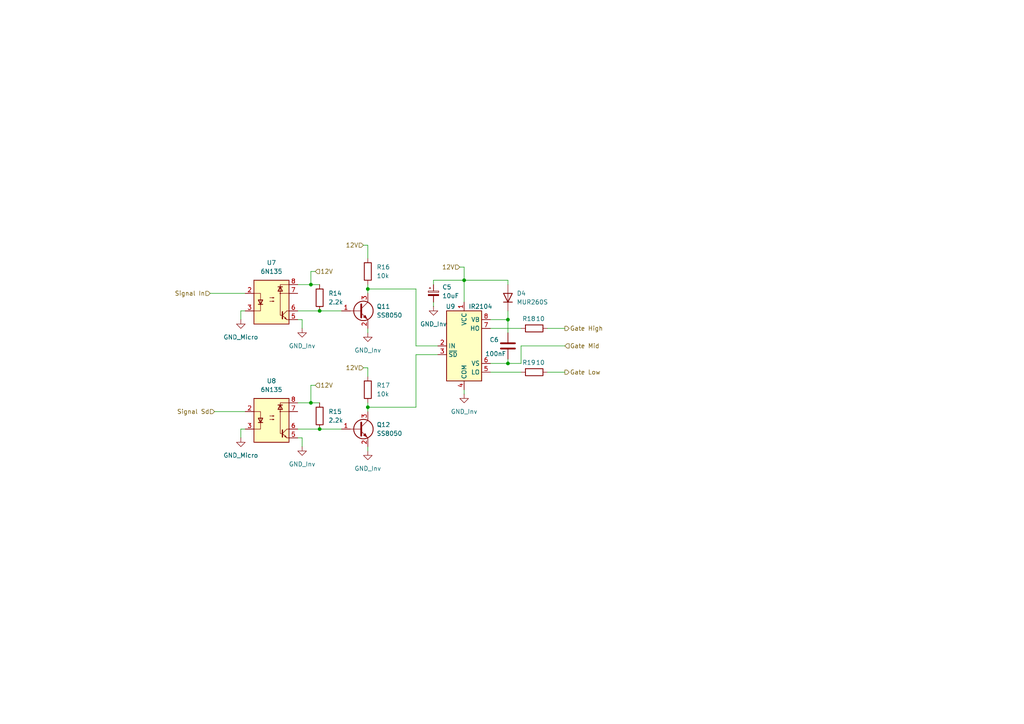
<source format=kicad_sch>
(kicad_sch
	(version 20250114)
	(generator "eeschema")
	(generator_version "9.0")
	(uuid "09419233-41f8-458a-9362-d8a2556ed016")
	(paper "A4")
	(lib_symbols
		(symbol "Device:C"
			(pin_numbers
				(hide yes)
			)
			(pin_names
				(offset 0.254)
			)
			(exclude_from_sim no)
			(in_bom yes)
			(on_board yes)
			(property "Reference" "C"
				(at 0.635 2.54 0)
				(effects
					(font
						(size 1.27 1.27)
					)
					(justify left)
				)
			)
			(property "Value" "C"
				(at 0.635 -2.54 0)
				(effects
					(font
						(size 1.27 1.27)
					)
					(justify left)
				)
			)
			(property "Footprint" ""
				(at 0.9652 -3.81 0)
				(effects
					(font
						(size 1.27 1.27)
					)
					(hide yes)
				)
			)
			(property "Datasheet" "~"
				(at 0 0 0)
				(effects
					(font
						(size 1.27 1.27)
					)
					(hide yes)
				)
			)
			(property "Description" "Unpolarized capacitor"
				(at 0 0 0)
				(effects
					(font
						(size 1.27 1.27)
					)
					(hide yes)
				)
			)
			(property "ki_keywords" "cap capacitor"
				(at 0 0 0)
				(effects
					(font
						(size 1.27 1.27)
					)
					(hide yes)
				)
			)
			(property "ki_fp_filters" "C_*"
				(at 0 0 0)
				(effects
					(font
						(size 1.27 1.27)
					)
					(hide yes)
				)
			)
			(symbol "C_0_1"
				(polyline
					(pts
						(xy -2.032 0.762) (xy 2.032 0.762)
					)
					(stroke
						(width 0.508)
						(type default)
					)
					(fill
						(type none)
					)
				)
				(polyline
					(pts
						(xy -2.032 -0.762) (xy 2.032 -0.762)
					)
					(stroke
						(width 0.508)
						(type default)
					)
					(fill
						(type none)
					)
				)
			)
			(symbol "C_1_1"
				(pin passive line
					(at 0 3.81 270)
					(length 2.794)
					(name "~"
						(effects
							(font
								(size 1.27 1.27)
							)
						)
					)
					(number "1"
						(effects
							(font
								(size 1.27 1.27)
							)
						)
					)
				)
				(pin passive line
					(at 0 -3.81 90)
					(length 2.794)
					(name "~"
						(effects
							(font
								(size 1.27 1.27)
							)
						)
					)
					(number "2"
						(effects
							(font
								(size 1.27 1.27)
							)
						)
					)
				)
			)
			(embedded_fonts no)
		)
		(symbol "Device:C_Polarized_Small"
			(pin_numbers
				(hide yes)
			)
			(pin_names
				(offset 0.254)
				(hide yes)
			)
			(exclude_from_sim no)
			(in_bom yes)
			(on_board yes)
			(property "Reference" "C"
				(at 0.254 1.778 0)
				(effects
					(font
						(size 1.27 1.27)
					)
					(justify left)
				)
			)
			(property "Value" "C_Polarized_Small"
				(at 0.254 -2.032 0)
				(effects
					(font
						(size 1.27 1.27)
					)
					(justify left)
				)
			)
			(property "Footprint" ""
				(at 0 0 0)
				(effects
					(font
						(size 1.27 1.27)
					)
					(hide yes)
				)
			)
			(property "Datasheet" "~"
				(at 0 0 0)
				(effects
					(font
						(size 1.27 1.27)
					)
					(hide yes)
				)
			)
			(property "Description" "Polarized capacitor, small symbol"
				(at 0 0 0)
				(effects
					(font
						(size 1.27 1.27)
					)
					(hide yes)
				)
			)
			(property "ki_keywords" "cap capacitor"
				(at 0 0 0)
				(effects
					(font
						(size 1.27 1.27)
					)
					(hide yes)
				)
			)
			(property "ki_fp_filters" "CP_*"
				(at 0 0 0)
				(effects
					(font
						(size 1.27 1.27)
					)
					(hide yes)
				)
			)
			(symbol "C_Polarized_Small_0_1"
				(rectangle
					(start -1.524 0.6858)
					(end 1.524 0.3048)
					(stroke
						(width 0)
						(type default)
					)
					(fill
						(type none)
					)
				)
				(rectangle
					(start -1.524 -0.3048)
					(end 1.524 -0.6858)
					(stroke
						(width 0)
						(type default)
					)
					(fill
						(type outline)
					)
				)
				(polyline
					(pts
						(xy -1.27 1.524) (xy -0.762 1.524)
					)
					(stroke
						(width 0)
						(type default)
					)
					(fill
						(type none)
					)
				)
				(polyline
					(pts
						(xy -1.016 1.27) (xy -1.016 1.778)
					)
					(stroke
						(width 0)
						(type default)
					)
					(fill
						(type none)
					)
				)
			)
			(symbol "C_Polarized_Small_1_1"
				(pin passive line
					(at 0 2.54 270)
					(length 1.8542)
					(name "~"
						(effects
							(font
								(size 1.27 1.27)
							)
						)
					)
					(number "1"
						(effects
							(font
								(size 1.27 1.27)
							)
						)
					)
				)
				(pin passive line
					(at 0 -2.54 90)
					(length 1.8542)
					(name "~"
						(effects
							(font
								(size 1.27 1.27)
							)
						)
					)
					(number "2"
						(effects
							(font
								(size 1.27 1.27)
							)
						)
					)
				)
			)
			(embedded_fonts no)
		)
		(symbol "Device:R"
			(pin_numbers
				(hide yes)
			)
			(pin_names
				(offset 0)
			)
			(exclude_from_sim no)
			(in_bom yes)
			(on_board yes)
			(property "Reference" "R"
				(at 2.032 0 90)
				(effects
					(font
						(size 1.27 1.27)
					)
				)
			)
			(property "Value" "R"
				(at 0 0 90)
				(effects
					(font
						(size 1.27 1.27)
					)
				)
			)
			(property "Footprint" ""
				(at -1.778 0 90)
				(effects
					(font
						(size 1.27 1.27)
					)
					(hide yes)
				)
			)
			(property "Datasheet" "~"
				(at 0 0 0)
				(effects
					(font
						(size 1.27 1.27)
					)
					(hide yes)
				)
			)
			(property "Description" "Resistor"
				(at 0 0 0)
				(effects
					(font
						(size 1.27 1.27)
					)
					(hide yes)
				)
			)
			(property "ki_keywords" "R res resistor"
				(at 0 0 0)
				(effects
					(font
						(size 1.27 1.27)
					)
					(hide yes)
				)
			)
			(property "ki_fp_filters" "R_*"
				(at 0 0 0)
				(effects
					(font
						(size 1.27 1.27)
					)
					(hide yes)
				)
			)
			(symbol "R_0_1"
				(rectangle
					(start -1.016 -2.54)
					(end 1.016 2.54)
					(stroke
						(width 0.254)
						(type default)
					)
					(fill
						(type none)
					)
				)
			)
			(symbol "R_1_1"
				(pin passive line
					(at 0 3.81 270)
					(length 1.27)
					(name "~"
						(effects
							(font
								(size 1.27 1.27)
							)
						)
					)
					(number "1"
						(effects
							(font
								(size 1.27 1.27)
							)
						)
					)
				)
				(pin passive line
					(at 0 -3.81 90)
					(length 1.27)
					(name "~"
						(effects
							(font
								(size 1.27 1.27)
							)
						)
					)
					(number "2"
						(effects
							(font
								(size 1.27 1.27)
							)
						)
					)
				)
			)
			(embedded_fonts no)
		)
		(symbol "Diode:1N4148WT"
			(pin_numbers
				(hide yes)
			)
			(pin_names
				(hide yes)
			)
			(exclude_from_sim no)
			(in_bom yes)
			(on_board yes)
			(property "Reference" "D"
				(at 0 2.54 0)
				(effects
					(font
						(size 1.27 1.27)
					)
				)
			)
			(property "Value" "1N4148WT"
				(at 0 -2.54 0)
				(effects
					(font
						(size 1.27 1.27)
					)
				)
			)
			(property "Footprint" "Diode_SMD:D_SOD-523"
				(at 0 -4.445 0)
				(effects
					(font
						(size 1.27 1.27)
					)
					(hide yes)
				)
			)
			(property "Datasheet" "https://www.diodes.com/assets/Datasheets/ds30396.pdf"
				(at 0 0 0)
				(effects
					(font
						(size 1.27 1.27)
					)
					(hide yes)
				)
			)
			(property "Description" "75V 0.15A Fast switching Diode, SOD-523"
				(at 0 0 0)
				(effects
					(font
						(size 1.27 1.27)
					)
					(hide yes)
				)
			)
			(property "Sim.Device" "D"
				(at 0 0 0)
				(effects
					(font
						(size 1.27 1.27)
					)
					(hide yes)
				)
			)
			(property "Sim.Pins" "1=K 2=A"
				(at 0 0 0)
				(effects
					(font
						(size 1.27 1.27)
					)
					(hide yes)
				)
			)
			(property "ki_keywords" "diode"
				(at 0 0 0)
				(effects
					(font
						(size 1.27 1.27)
					)
					(hide yes)
				)
			)
			(property "ki_fp_filters" "D*SOD?523*"
				(at 0 0 0)
				(effects
					(font
						(size 1.27 1.27)
					)
					(hide yes)
				)
			)
			(symbol "1N4148WT_0_1"
				(polyline
					(pts
						(xy -1.27 1.27) (xy -1.27 -1.27)
					)
					(stroke
						(width 0.254)
						(type default)
					)
					(fill
						(type none)
					)
				)
				(polyline
					(pts
						(xy 1.27 1.27) (xy 1.27 -1.27) (xy -1.27 0) (xy 1.27 1.27)
					)
					(stroke
						(width 0.254)
						(type default)
					)
					(fill
						(type none)
					)
				)
				(polyline
					(pts
						(xy 1.27 0) (xy -1.27 0)
					)
					(stroke
						(width 0)
						(type default)
					)
					(fill
						(type none)
					)
				)
			)
			(symbol "1N4148WT_1_1"
				(pin passive line
					(at -3.81 0 0)
					(length 2.54)
					(name "K"
						(effects
							(font
								(size 1.27 1.27)
							)
						)
					)
					(number "1"
						(effects
							(font
								(size 1.27 1.27)
							)
						)
					)
				)
				(pin passive line
					(at 3.81 0 180)
					(length 2.54)
					(name "A"
						(effects
							(font
								(size 1.27 1.27)
							)
						)
					)
					(number "2"
						(effects
							(font
								(size 1.27 1.27)
							)
						)
					)
				)
			)
			(embedded_fonts no)
		)
		(symbol "Driver_FET:IR2104"
			(exclude_from_sim no)
			(in_bom yes)
			(on_board yes)
			(property "Reference" "U"
				(at 1.27 13.335 0)
				(effects
					(font
						(size 1.27 1.27)
					)
					(justify left)
				)
			)
			(property "Value" "IR2104"
				(at 1.27 11.43 0)
				(effects
					(font
						(size 1.27 1.27)
					)
					(justify left)
				)
			)
			(property "Footprint" ""
				(at 0 0 0)
				(effects
					(font
						(size 1.27 1.27)
						(italic yes)
					)
					(hide yes)
				)
			)
			(property "Datasheet" "https://www.infineon.com/dgdl/ir2104.pdf?fileId=5546d462533600a4015355c7c1c31671"
				(at 0 0 0)
				(effects
					(font
						(size 1.27 1.27)
					)
					(hide yes)
				)
			)
			(property "Description" "Half-Bridge Driver, 600V, 210/360mA, PDIP-8/SOIC-8"
				(at 0 0 0)
				(effects
					(font
						(size 1.27 1.27)
					)
					(hide yes)
				)
			)
			(property "ki_keywords" "Gate Driver"
				(at 0 0 0)
				(effects
					(font
						(size 1.27 1.27)
					)
					(hide yes)
				)
			)
			(property "ki_fp_filters" "SOIC*3.9x4.9mm*P1.27mm* DIP*W7.62mm*"
				(at 0 0 0)
				(effects
					(font
						(size 1.27 1.27)
					)
					(hide yes)
				)
			)
			(symbol "IR2104_0_1"
				(rectangle
					(start -5.08 -10.16)
					(end 5.08 10.16)
					(stroke
						(width 0.254)
						(type default)
					)
					(fill
						(type background)
					)
				)
			)
			(symbol "IR2104_1_1"
				(pin input line
					(at -7.62 0 0)
					(length 2.54)
					(name "IN"
						(effects
							(font
								(size 1.27 1.27)
							)
						)
					)
					(number "2"
						(effects
							(font
								(size 1.27 1.27)
							)
						)
					)
				)
				(pin input line
					(at -7.62 -2.54 0)
					(length 2.54)
					(name "~{SD}"
						(effects
							(font
								(size 1.27 1.27)
							)
						)
					)
					(number "3"
						(effects
							(font
								(size 1.27 1.27)
							)
						)
					)
				)
				(pin power_in line
					(at 0 12.7 270)
					(length 2.54)
					(name "VCC"
						(effects
							(font
								(size 1.27 1.27)
							)
						)
					)
					(number "1"
						(effects
							(font
								(size 1.27 1.27)
							)
						)
					)
				)
				(pin power_in line
					(at 0 -12.7 90)
					(length 2.54)
					(name "COM"
						(effects
							(font
								(size 1.27 1.27)
							)
						)
					)
					(number "4"
						(effects
							(font
								(size 1.27 1.27)
							)
						)
					)
				)
				(pin passive line
					(at 7.62 7.62 180)
					(length 2.54)
					(name "VB"
						(effects
							(font
								(size 1.27 1.27)
							)
						)
					)
					(number "8"
						(effects
							(font
								(size 1.27 1.27)
							)
						)
					)
				)
				(pin output line
					(at 7.62 5.08 180)
					(length 2.54)
					(name "HO"
						(effects
							(font
								(size 1.27 1.27)
							)
						)
					)
					(number "7"
						(effects
							(font
								(size 1.27 1.27)
							)
						)
					)
				)
				(pin passive line
					(at 7.62 -5.08 180)
					(length 2.54)
					(name "VS"
						(effects
							(font
								(size 1.27 1.27)
							)
						)
					)
					(number "6"
						(effects
							(font
								(size 1.27 1.27)
							)
						)
					)
				)
				(pin output line
					(at 7.62 -7.62 180)
					(length 2.54)
					(name "LO"
						(effects
							(font
								(size 1.27 1.27)
							)
						)
					)
					(number "5"
						(effects
							(font
								(size 1.27 1.27)
							)
						)
					)
				)
			)
			(embedded_fonts no)
		)
		(symbol "Isolator:6N135"
			(pin_names
				(offset 1.016)
			)
			(exclude_from_sim no)
			(in_bom yes)
			(on_board yes)
			(property "Reference" "U"
				(at -5.08 7.62 0)
				(effects
					(font
						(size 1.27 1.27)
					)
					(justify left)
				)
			)
			(property "Value" "6N135"
				(at 0 7.62 0)
				(effects
					(font
						(size 1.27 1.27)
					)
					(justify left)
				)
			)
			(property "Footprint" "Package_DIP:DIP-8_W7.62mm"
				(at -5.08 -7.62 0)
				(effects
					(font
						(size 1.27 1.27)
						(italic yes)
					)
					(justify left)
					(hide yes)
				)
			)
			(property "Datasheet" "https://optoelectronics.liteon.com/upload/download/DS70-2008-0032/6N135-L%206N136-L%20series.pdf"
				(at 0 0 0)
				(effects
					(font
						(size 1.27 1.27)
					)
					(justify left)
					(hide yes)
				)
			)
			(property "Description" "High Speed Optocoupler, TTL Compatible, CTR 18%, DIP8"
				(at 0 0 0)
				(effects
					(font
						(size 1.27 1.27)
					)
					(hide yes)
				)
			)
			(property "ki_keywords" "High Speed Optocoupler"
				(at 0 0 0)
				(effects
					(font
						(size 1.27 1.27)
					)
					(hide yes)
				)
			)
			(property "ki_fp_filters" "DIP*W7.62mm*"
				(at 0 0 0)
				(effects
					(font
						(size 1.27 1.27)
					)
					(hide yes)
				)
			)
			(symbol "6N135_0_1"
				(rectangle
					(start -5.08 6.35)
					(end 5.08 -6.35)
					(stroke
						(width 0.254)
						(type default)
					)
					(fill
						(type background)
					)
				)
				(polyline
					(pts
						(xy -5.08 2.54) (xy -3.175 2.54) (xy -3.175 -2.54) (xy -5.08 -2.54)
					)
					(stroke
						(width 0)
						(type default)
					)
					(fill
						(type none)
					)
				)
				(polyline
					(pts
						(xy -3.81 -0.635) (xy -2.54 -0.635)
					)
					(stroke
						(width 0.254)
						(type default)
					)
					(fill
						(type none)
					)
				)
				(polyline
					(pts
						(xy -3.175 -0.635) (xy -3.81 0.635) (xy -2.54 0.635) (xy -3.175 -0.635)
					)
					(stroke
						(width 0.254)
						(type default)
					)
					(fill
						(type none)
					)
				)
				(polyline
					(pts
						(xy -0.508 1.27) (xy 0.762 1.27) (xy 0.381 1.143) (xy 0.381 1.397) (xy 0.762 1.27)
					)
					(stroke
						(width 0)
						(type default)
					)
					(fill
						(type none)
					)
				)
				(polyline
					(pts
						(xy -0.508 0.254) (xy 0.762 0.254) (xy 0.381 0.127) (xy 0.381 0.381) (xy 0.762 0.254)
					)
					(stroke
						(width 0)
						(type default)
					)
					(fill
						(type none)
					)
				)
				(polyline
					(pts
						(xy 1.905 4.445) (xy 3.175 4.445)
					)
					(stroke
						(width 0.254)
						(type default)
					)
					(fill
						(type none)
					)
				)
				(polyline
					(pts
						(xy 2.54 4.445) (xy 1.905 3.175) (xy 3.175 3.175) (xy 2.54 4.445)
					)
					(stroke
						(width 0.254)
						(type default)
					)
					(fill
						(type none)
					)
				)
				(circle
					(center 2.54 2.54)
					(radius 0.127)
					(stroke
						(width 0)
						(type default)
					)
					(fill
						(type none)
					)
				)
				(polyline
					(pts
						(xy 3.175 -2.794) (xy 3.175 -4.826)
					)
					(stroke
						(width 0.3556)
						(type default)
					)
					(fill
						(type none)
					)
				)
				(polyline
					(pts
						(xy 3.302 -3.683) (xy 4.445 -2.54)
					)
					(stroke
						(width 0)
						(type default)
					)
					(fill
						(type none)
					)
				)
				(polyline
					(pts
						(xy 3.302 -3.937) (xy 4.445 -5.08)
					)
					(stroke
						(width 0)
						(type default)
					)
					(fill
						(type none)
					)
				)
				(polyline
					(pts
						(xy 4.318 -4.953) (xy 4.064 -4.445) (xy 3.81 -4.699) (xy 4.318 -4.953)
					)
					(stroke
						(width 0)
						(type default)
					)
					(fill
						(type none)
					)
				)
				(polyline
					(pts
						(xy 5.08 5.08) (xy 2.54 5.08) (xy 2.54 -3.81) (xy 3.175 -3.81)
					)
					(stroke
						(width 0)
						(type default)
					)
					(fill
						(type none)
					)
				)
				(polyline
					(pts
						(xy 5.08 2.54) (xy 2.54 2.54)
					)
					(stroke
						(width 0)
						(type default)
					)
					(fill
						(type none)
					)
				)
				(polyline
					(pts
						(xy 5.08 -2.54) (xy 4.445 -2.54)
					)
					(stroke
						(width 0)
						(type default)
					)
					(fill
						(type none)
					)
				)
				(polyline
					(pts
						(xy 5.08 -5.08) (xy 4.445 -5.08)
					)
					(stroke
						(width 0)
						(type default)
					)
					(fill
						(type none)
					)
				)
			)
			(symbol "6N135_1_1"
				(pin passive line
					(at -7.62 2.54 0)
					(length 2.54)
					(name "~"
						(effects
							(font
								(size 1.27 1.27)
							)
						)
					)
					(number "2"
						(effects
							(font
								(size 1.27 1.27)
							)
						)
					)
				)
				(pin passive line
					(at -7.62 -2.54 0)
					(length 2.54)
					(name "~"
						(effects
							(font
								(size 1.27 1.27)
							)
						)
					)
					(number "3"
						(effects
							(font
								(size 1.27 1.27)
							)
						)
					)
				)
				(pin no_connect line
					(at -5.08 5.08 0)
					(length 2.54)
					(hide yes)
					(name "NC"
						(effects
							(font
								(size 1.27 1.27)
							)
						)
					)
					(number "1"
						(effects
							(font
								(size 1.27 1.27)
							)
						)
					)
				)
				(pin no_connect line
					(at -5.08 -5.08 0)
					(length 2.54)
					(hide yes)
					(name "NC"
						(effects
							(font
								(size 1.27 1.27)
							)
						)
					)
					(number "4"
						(effects
							(font
								(size 1.27 1.27)
							)
						)
					)
				)
				(pin passive line
					(at 7.62 5.08 180)
					(length 2.54)
					(name "~"
						(effects
							(font
								(size 1.27 1.27)
							)
						)
					)
					(number "8"
						(effects
							(font
								(size 1.27 1.27)
							)
						)
					)
				)
				(pin passive line
					(at 7.62 2.54 180)
					(length 2.54)
					(name "~"
						(effects
							(font
								(size 1.27 1.27)
							)
						)
					)
					(number "7"
						(effects
							(font
								(size 1.27 1.27)
							)
						)
					)
				)
				(pin passive line
					(at 7.62 -2.54 180)
					(length 2.54)
					(name "~"
						(effects
							(font
								(size 1.27 1.27)
							)
						)
					)
					(number "6"
						(effects
							(font
								(size 1.27 1.27)
							)
						)
					)
				)
				(pin passive line
					(at 7.62 -5.08 180)
					(length 2.54)
					(name "~"
						(effects
							(font
								(size 1.27 1.27)
							)
						)
					)
					(number "5"
						(effects
							(font
								(size 1.27 1.27)
							)
						)
					)
				)
			)
			(embedded_fonts no)
		)
		(symbol "Transistor_BJT:SS8050"
			(pin_names
				(offset 0)
				(hide yes)
			)
			(exclude_from_sim no)
			(in_bom yes)
			(on_board yes)
			(property "Reference" "Q"
				(at 5.08 1.905 0)
				(effects
					(font
						(size 1.27 1.27)
					)
					(justify left)
				)
			)
			(property "Value" "SS8050"
				(at 5.08 0 0)
				(effects
					(font
						(size 1.27 1.27)
					)
					(justify left)
				)
			)
			(property "Footprint" "Package_TO_SOT_SMD:SOT-23"
				(at 5.08 -7.366 0)
				(effects
					(font
						(size 1.27 1.27)
						(italic yes)
					)
					(justify left)
					(hide yes)
				)
			)
			(property "Datasheet" "http://www.secosgmbh.com/datasheet/products/SSMPTransistor/SOT-23/SS8050.pdf"
				(at 5.08 -4.826 0)
				(effects
					(font
						(size 1.27 1.27)
					)
					(justify left)
					(hide yes)
				)
			)
			(property "Description" "General Purpose NPN Transistor, 1.5A Ic, 25V Vce, SOT-23"
				(at 34.036 -2.286 0)
				(effects
					(font
						(size 1.27 1.27)
					)
					(hide yes)
				)
			)
			(property "ki_keywords" "SS8050 NPN Transistor"
				(at 0 0 0)
				(effects
					(font
						(size 1.27 1.27)
					)
					(hide yes)
				)
			)
			(property "ki_fp_filters" "SOT?23*"
				(at 0 0 0)
				(effects
					(font
						(size 1.27 1.27)
					)
					(hide yes)
				)
			)
			(symbol "SS8050_0_1"
				(polyline
					(pts
						(xy -2.54 0) (xy 0.635 0)
					)
					(stroke
						(width 0)
						(type default)
					)
					(fill
						(type none)
					)
				)
				(polyline
					(pts
						(xy 0.635 1.905) (xy 0.635 -1.905)
					)
					(stroke
						(width 0.508)
						(type default)
					)
					(fill
						(type none)
					)
				)
				(circle
					(center 1.27 0)
					(radius 2.8194)
					(stroke
						(width 0.254)
						(type default)
					)
					(fill
						(type none)
					)
				)
			)
			(symbol "SS8050_1_1"
				(polyline
					(pts
						(xy 0.635 0.635) (xy 2.54 2.54)
					)
					(stroke
						(width 0)
						(type default)
					)
					(fill
						(type none)
					)
				)
				(polyline
					(pts
						(xy 0.635 -0.635) (xy 2.54 -2.54)
					)
					(stroke
						(width 0)
						(type default)
					)
					(fill
						(type none)
					)
				)
				(polyline
					(pts
						(xy 1.27 -1.778) (xy 1.778 -1.27) (xy 2.286 -2.286) (xy 1.27 -1.778)
					)
					(stroke
						(width 0)
						(type default)
					)
					(fill
						(type outline)
					)
				)
				(pin input line
					(at -5.08 0 0)
					(length 2.54)
					(name "B"
						(effects
							(font
								(size 1.27 1.27)
							)
						)
					)
					(number "1"
						(effects
							(font
								(size 1.27 1.27)
							)
						)
					)
				)
				(pin passive line
					(at 2.54 5.08 270)
					(length 2.54)
					(name "C"
						(effects
							(font
								(size 1.27 1.27)
							)
						)
					)
					(number "3"
						(effects
							(font
								(size 1.27 1.27)
							)
						)
					)
				)
				(pin passive line
					(at 2.54 -5.08 90)
					(length 2.54)
					(name "E"
						(effects
							(font
								(size 1.27 1.27)
							)
						)
					)
					(number "2"
						(effects
							(font
								(size 1.27 1.27)
							)
						)
					)
				)
			)
			(embedded_fonts no)
		)
		(symbol "power:GND"
			(power)
			(pin_numbers
				(hide yes)
			)
			(pin_names
				(offset 0)
				(hide yes)
			)
			(exclude_from_sim no)
			(in_bom yes)
			(on_board yes)
			(property "Reference" "#PWR"
				(at 0 -6.35 0)
				(effects
					(font
						(size 1.27 1.27)
					)
					(hide yes)
				)
			)
			(property "Value" "GND"
				(at 0 -3.81 0)
				(effects
					(font
						(size 1.27 1.27)
					)
				)
			)
			(property "Footprint" ""
				(at 0 0 0)
				(effects
					(font
						(size 1.27 1.27)
					)
					(hide yes)
				)
			)
			(property "Datasheet" ""
				(at 0 0 0)
				(effects
					(font
						(size 1.27 1.27)
					)
					(hide yes)
				)
			)
			(property "Description" "Power symbol creates a global label with name \"GND\" , ground"
				(at 0 0 0)
				(effects
					(font
						(size 1.27 1.27)
					)
					(hide yes)
				)
			)
			(property "ki_keywords" "global power"
				(at 0 0 0)
				(effects
					(font
						(size 1.27 1.27)
					)
					(hide yes)
				)
			)
			(symbol "GND_0_1"
				(polyline
					(pts
						(xy 0 0) (xy 0 -1.27) (xy 1.27 -1.27) (xy 0 -2.54) (xy -1.27 -1.27) (xy 0 -1.27)
					)
					(stroke
						(width 0)
						(type default)
					)
					(fill
						(type none)
					)
				)
			)
			(symbol "GND_1_1"
				(pin power_in line
					(at 0 0 270)
					(length 0)
					(name "~"
						(effects
							(font
								(size 1.27 1.27)
							)
						)
					)
					(number "1"
						(effects
							(font
								(size 1.27 1.27)
							)
						)
					)
				)
			)
			(embedded_fonts no)
		)
	)
	(junction
		(at 147.32 92.71)
		(diameter 0)
		(color 0 0 0 0)
		(uuid "0d3f7d3b-2114-4ed3-84c8-8c6553fcdee4")
	)
	(junction
		(at 134.62 81.28)
		(diameter 0)
		(color 0 0 0 0)
		(uuid "234678cf-04d4-4971-8f57-e38a7ff44c46")
	)
	(junction
		(at 106.68 83.82)
		(diameter 0)
		(color 0 0 0 0)
		(uuid "4289e545-cf9a-4522-b90a-77d9122ea9a6")
	)
	(junction
		(at 90.17 116.84)
		(diameter 0)
		(color 0 0 0 0)
		(uuid "5542c1f0-9296-45c9-bac6-df9dccc5f42f")
	)
	(junction
		(at 90.17 82.55)
		(diameter 0)
		(color 0 0 0 0)
		(uuid "5557e443-f6f5-498a-8259-a3c33b2719e9")
	)
	(junction
		(at 92.71 90.17)
		(diameter 0)
		(color 0 0 0 0)
		(uuid "68c02a5e-73e1-402d-bba7-fe286e7841db")
	)
	(junction
		(at 92.71 124.46)
		(diameter 0)
		(color 0 0 0 0)
		(uuid "d72c064c-656f-4ce5-b6e6-8959235224be")
	)
	(junction
		(at 147.32 105.41)
		(diameter 0)
		(color 0 0 0 0)
		(uuid "db1466f7-f9ab-4efc-93aa-bad37804b89a")
	)
	(junction
		(at 106.68 118.11)
		(diameter 0)
		(color 0 0 0 0)
		(uuid "f6f55b17-7012-4857-8228-25369dfefeda")
	)
	(wire
		(pts
			(xy 86.36 92.71) (xy 87.63 92.71)
		)
		(stroke
			(width 0)
			(type default)
		)
		(uuid "02a07aa7-9626-43c8-8e5f-e201052fa47d")
	)
	(wire
		(pts
			(xy 90.17 82.55) (xy 92.71 82.55)
		)
		(stroke
			(width 0)
			(type default)
		)
		(uuid "037671fb-9970-4831-93ed-39b63c8ff97e")
	)
	(wire
		(pts
			(xy 120.65 83.82) (xy 120.65 100.33)
		)
		(stroke
			(width 0)
			(type default)
		)
		(uuid "04db7115-7326-4e80-8f5e-aec8c79ad2a1")
	)
	(wire
		(pts
			(xy 134.62 114.3) (xy 134.62 113.03)
		)
		(stroke
			(width 0)
			(type default)
		)
		(uuid "07f579b8-6147-4a00-a8ef-2b84b32d165c")
	)
	(wire
		(pts
			(xy 158.75 95.25) (xy 163.83 95.25)
		)
		(stroke
			(width 0)
			(type default)
		)
		(uuid "0f811260-04e6-4400-83bb-8afff315e651")
	)
	(wire
		(pts
			(xy 106.68 83.82) (xy 120.65 83.82)
		)
		(stroke
			(width 0)
			(type default)
		)
		(uuid "117771a1-c5cd-46c8-95f9-061eb4393c77")
	)
	(wire
		(pts
			(xy 69.85 124.46) (xy 69.85 127)
		)
		(stroke
			(width 0)
			(type default)
		)
		(uuid "1398f4f1-26e5-4d54-9dd3-854cfc8f0849")
	)
	(wire
		(pts
			(xy 120.65 100.33) (xy 127 100.33)
		)
		(stroke
			(width 0)
			(type default)
		)
		(uuid "1755f28f-9c2b-4176-9cbd-6a24a44b15fd")
	)
	(wire
		(pts
			(xy 147.32 92.71) (xy 147.32 96.52)
		)
		(stroke
			(width 0)
			(type default)
		)
		(uuid "2298afac-abb8-41b7-9993-f68feb1c4f9d")
	)
	(wire
		(pts
			(xy 60.96 85.09) (xy 71.12 85.09)
		)
		(stroke
			(width 0)
			(type default)
		)
		(uuid "2616021f-e7bd-4e0f-ae43-52291a6c0162")
	)
	(wire
		(pts
			(xy 147.32 105.41) (xy 151.13 105.41)
		)
		(stroke
			(width 0)
			(type default)
		)
		(uuid "2a5f08ae-8e14-4a40-b8c9-871ca8c67779")
	)
	(wire
		(pts
			(xy 142.24 107.95) (xy 151.13 107.95)
		)
		(stroke
			(width 0)
			(type default)
		)
		(uuid "2bed2c55-483c-4724-9f91-c64ed18dde43")
	)
	(wire
		(pts
			(xy 106.68 130.81) (xy 106.68 129.54)
		)
		(stroke
			(width 0)
			(type default)
		)
		(uuid "2f05d476-0841-4313-8136-b0ce24c23731")
	)
	(wire
		(pts
			(xy 106.68 83.82) (xy 106.68 85.09)
		)
		(stroke
			(width 0)
			(type default)
		)
		(uuid "30c4e607-9f2f-4f3d-9bfc-e3f68eb6c339")
	)
	(wire
		(pts
			(xy 106.68 96.52) (xy 106.68 95.25)
		)
		(stroke
			(width 0)
			(type default)
		)
		(uuid "332c2a03-9014-40b8-997b-d00a806941c9")
	)
	(wire
		(pts
			(xy 120.65 102.87) (xy 120.65 118.11)
		)
		(stroke
			(width 0)
			(type default)
		)
		(uuid "35292a50-d11d-42a7-b703-716575022755")
	)
	(wire
		(pts
			(xy 86.36 82.55) (xy 90.17 82.55)
		)
		(stroke
			(width 0)
			(type default)
		)
		(uuid "38818a70-4ac6-4fa2-a125-621c5fa0f309")
	)
	(wire
		(pts
			(xy 142.24 95.25) (xy 151.13 95.25)
		)
		(stroke
			(width 0)
			(type default)
		)
		(uuid "3c4b2992-e86c-4bed-b7a4-12a2a2eb2606")
	)
	(wire
		(pts
			(xy 90.17 116.84) (xy 92.71 116.84)
		)
		(stroke
			(width 0)
			(type default)
		)
		(uuid "403b5479-d3a1-467d-9439-fa565043ae0c")
	)
	(wire
		(pts
			(xy 125.73 81.28) (xy 134.62 81.28)
		)
		(stroke
			(width 0)
			(type default)
		)
		(uuid "40a5224a-0059-4504-8ed4-9fa290173c75")
	)
	(wire
		(pts
			(xy 106.68 71.12) (xy 105.41 71.12)
		)
		(stroke
			(width 0)
			(type default)
		)
		(uuid "446c8728-e535-47bc-9171-dfb1fb650e6c")
	)
	(wire
		(pts
			(xy 134.62 81.28) (xy 134.62 87.63)
		)
		(stroke
			(width 0)
			(type default)
		)
		(uuid "44df7c93-d068-4a6e-b191-9788319d12cc")
	)
	(wire
		(pts
			(xy 62.23 119.38) (xy 71.12 119.38)
		)
		(stroke
			(width 0)
			(type default)
		)
		(uuid "48c3c5a6-29ab-403e-87b2-d8a4a5c76554")
	)
	(wire
		(pts
			(xy 71.12 124.46) (xy 69.85 124.46)
		)
		(stroke
			(width 0)
			(type default)
		)
		(uuid "490ca669-4142-482a-9777-cff7b59efe16")
	)
	(wire
		(pts
			(xy 87.63 92.71) (xy 87.63 95.25)
		)
		(stroke
			(width 0)
			(type default)
		)
		(uuid "4d1c7da4-f4a5-4180-a0a8-257d5286eea1")
	)
	(wire
		(pts
			(xy 127 102.87) (xy 120.65 102.87)
		)
		(stroke
			(width 0)
			(type default)
		)
		(uuid "52a01b94-e041-4020-9ca8-e966f16989a5")
	)
	(wire
		(pts
			(xy 90.17 116.84) (xy 86.36 116.84)
		)
		(stroke
			(width 0)
			(type default)
		)
		(uuid "5dc48e75-9e53-4c85-9df0-ee32ef9b5405")
	)
	(wire
		(pts
			(xy 151.13 105.41) (xy 151.13 100.33)
		)
		(stroke
			(width 0)
			(type default)
		)
		(uuid "61bd03fc-bea4-4c3c-9a8b-1212664dfee4")
	)
	(wire
		(pts
			(xy 90.17 111.76) (xy 90.17 116.84)
		)
		(stroke
			(width 0)
			(type default)
		)
		(uuid "6a8984c2-9777-4470-b968-8050564425ac")
	)
	(wire
		(pts
			(xy 91.44 78.74) (xy 90.17 78.74)
		)
		(stroke
			(width 0)
			(type default)
		)
		(uuid "6b30a8ab-68a6-46e9-8c59-32fb20ef6b46")
	)
	(wire
		(pts
			(xy 134.62 77.47) (xy 134.62 81.28)
		)
		(stroke
			(width 0)
			(type default)
		)
		(uuid "6b8f5e89-b71a-4980-95b1-46eefb9a55cb")
	)
	(wire
		(pts
			(xy 86.36 127) (xy 87.63 127)
		)
		(stroke
			(width 0)
			(type default)
		)
		(uuid "7fdb510d-1f79-437b-a3c4-ae7e339b246e")
	)
	(wire
		(pts
			(xy 106.68 71.12) (xy 106.68 74.93)
		)
		(stroke
			(width 0)
			(type default)
		)
		(uuid "82e761ad-70a3-4921-b724-cd1879ad64ff")
	)
	(wire
		(pts
			(xy 134.62 77.47) (xy 133.35 77.47)
		)
		(stroke
			(width 0)
			(type default)
		)
		(uuid "83ba5b4a-b526-4e99-8c81-6fcaf27dc312")
	)
	(wire
		(pts
			(xy 125.73 82.55) (xy 125.73 81.28)
		)
		(stroke
			(width 0)
			(type default)
		)
		(uuid "8903305a-1953-4960-87c7-698b64010230")
	)
	(wire
		(pts
			(xy 158.75 107.95) (xy 163.83 107.95)
		)
		(stroke
			(width 0)
			(type default)
		)
		(uuid "8ffefaf9-3ee1-427a-acee-5c546e75579d")
	)
	(wire
		(pts
			(xy 92.71 124.46) (xy 99.06 124.46)
		)
		(stroke
			(width 0)
			(type default)
		)
		(uuid "952aa72d-0ff2-4303-9d71-0ce0201f035f")
	)
	(wire
		(pts
			(xy 147.32 104.14) (xy 147.32 105.41)
		)
		(stroke
			(width 0)
			(type default)
		)
		(uuid "a1febe85-d2f9-4df9-a401-dce74f59017e")
	)
	(wire
		(pts
			(xy 151.13 100.33) (xy 163.83 100.33)
		)
		(stroke
			(width 0)
			(type default)
		)
		(uuid "a971fc27-bdec-467f-ac57-939f992861a9")
	)
	(wire
		(pts
			(xy 90.17 78.74) (xy 90.17 82.55)
		)
		(stroke
			(width 0)
			(type default)
		)
		(uuid "ad0b2393-47ae-4466-a6c0-4135a01a419a")
	)
	(wire
		(pts
			(xy 120.65 118.11) (xy 106.68 118.11)
		)
		(stroke
			(width 0)
			(type default)
		)
		(uuid "b3bfff6a-0d5d-469b-9dda-3f9d8b391a03")
	)
	(wire
		(pts
			(xy 106.68 82.55) (xy 106.68 83.82)
		)
		(stroke
			(width 0)
			(type default)
		)
		(uuid "b454f589-8c26-4f7a-ab0e-f68f18458c84")
	)
	(wire
		(pts
			(xy 91.44 111.76) (xy 90.17 111.76)
		)
		(stroke
			(width 0)
			(type default)
		)
		(uuid "bbc86296-b1df-406b-ba2d-7c7ae9a1f41b")
	)
	(wire
		(pts
			(xy 71.12 90.17) (xy 69.85 90.17)
		)
		(stroke
			(width 0)
			(type default)
		)
		(uuid "bda9a47b-ef13-4a36-aa64-9f67983bbbfc")
	)
	(wire
		(pts
			(xy 87.63 127) (xy 87.63 129.54)
		)
		(stroke
			(width 0)
			(type default)
		)
		(uuid "c447d0ac-59fd-47be-b88f-2ce8c05b092f")
	)
	(wire
		(pts
			(xy 69.85 90.17) (xy 69.85 92.71)
		)
		(stroke
			(width 0)
			(type default)
		)
		(uuid "c8c707ac-eab0-4ecd-8f7b-36aa9d6219bb")
	)
	(wire
		(pts
			(xy 125.73 88.9) (xy 125.73 87.63)
		)
		(stroke
			(width 0)
			(type default)
		)
		(uuid "caa0e7bf-8531-4451-83ab-731e5870e9e5")
	)
	(wire
		(pts
			(xy 106.68 106.68) (xy 106.68 109.22)
		)
		(stroke
			(width 0)
			(type default)
		)
		(uuid "ce3b292a-12ab-44c8-9db8-fc894c944b04")
	)
	(wire
		(pts
			(xy 147.32 81.28) (xy 147.32 82.55)
		)
		(stroke
			(width 0)
			(type default)
		)
		(uuid "d73d542b-49ac-4a80-b550-f6891d9c67e0")
	)
	(wire
		(pts
			(xy 147.32 90.17) (xy 147.32 92.71)
		)
		(stroke
			(width 0)
			(type default)
		)
		(uuid "d7c55ce5-40db-4366-8b8a-6eadec0b319b")
	)
	(wire
		(pts
			(xy 106.68 118.11) (xy 106.68 119.38)
		)
		(stroke
			(width 0)
			(type default)
		)
		(uuid "d919bba5-49e1-4009-a56a-de32218baf89")
	)
	(wire
		(pts
			(xy 142.24 92.71) (xy 147.32 92.71)
		)
		(stroke
			(width 0)
			(type default)
		)
		(uuid "de7bd98b-9679-4f91-bbdd-bc0ddabd010d")
	)
	(wire
		(pts
			(xy 86.36 124.46) (xy 92.71 124.46)
		)
		(stroke
			(width 0)
			(type default)
		)
		(uuid "df532fa7-2524-4cde-999e-299acf0ac5d7")
	)
	(wire
		(pts
			(xy 134.62 81.28) (xy 147.32 81.28)
		)
		(stroke
			(width 0)
			(type default)
		)
		(uuid "e429bc32-99b4-4773-b47e-c35812101e71")
	)
	(wire
		(pts
			(xy 86.36 90.17) (xy 92.71 90.17)
		)
		(stroke
			(width 0)
			(type default)
		)
		(uuid "e8b2ca07-e27d-4a40-b29a-5c7378a80b38")
	)
	(wire
		(pts
			(xy 105.41 106.68) (xy 106.68 106.68)
		)
		(stroke
			(width 0)
			(type default)
		)
		(uuid "eb365b98-52f5-445e-9db1-dcc3c749409b")
	)
	(wire
		(pts
			(xy 142.24 105.41) (xy 147.32 105.41)
		)
		(stroke
			(width 0)
			(type default)
		)
		(uuid "ef1ff433-4919-4dc0-8299-051e787ecc86")
	)
	(wire
		(pts
			(xy 106.68 116.84) (xy 106.68 118.11)
		)
		(stroke
			(width 0)
			(type default)
		)
		(uuid "f353235d-fa00-4328-8517-5f9a2a15213e")
	)
	(wire
		(pts
			(xy 92.71 90.17) (xy 99.06 90.17)
		)
		(stroke
			(width 0)
			(type default)
		)
		(uuid "f8de98ba-916c-4ee7-93d2-6b3780f9e504")
	)
	(hierarchical_label "Signal Sd"
		(shape input)
		(at 62.23 119.38 180)
		(effects
			(font
				(size 1.27 1.27)
			)
			(justify right)
		)
		(uuid "188a3d79-e36b-4793-a82e-b4343ba07bf2")
	)
	(hierarchical_label "12V"
		(shape input)
		(at 105.41 71.12 180)
		(effects
			(font
				(size 1.27 1.27)
			)
			(justify right)
		)
		(uuid "1b988a2a-888d-48f6-84f2-ca88ce052389")
	)
	(hierarchical_label "12V"
		(shape input)
		(at 133.35 77.47 180)
		(effects
			(font
				(size 1.27 1.27)
			)
			(justify right)
		)
		(uuid "24ebb95f-7c0e-4af2-8e75-5fa9fd4b1337")
	)
	(hierarchical_label "Gate Low"
		(shape output)
		(at 163.83 107.95 0)
		(effects
			(font
				(size 1.27 1.27)
			)
			(justify left)
		)
		(uuid "27bd9d53-9495-4fe6-90cf-27aca7282b74")
	)
	(hierarchical_label "12V"
		(shape input)
		(at 91.44 78.74 0)
		(effects
			(font
				(size 1.27 1.27)
			)
			(justify left)
		)
		(uuid "359419e1-6d95-47f9-a159-cfc60c910d9a")
	)
	(hierarchical_label "12V"
		(shape input)
		(at 105.41 106.68 180)
		(effects
			(font
				(size 1.27 1.27)
			)
			(justify right)
		)
		(uuid "7ddff81f-6cad-4937-a8dd-4ce09249e6f9")
	)
	(hierarchical_label "Gate High"
		(shape output)
		(at 163.83 95.25 0)
		(effects
			(font
				(size 1.27 1.27)
			)
			(justify left)
		)
		(uuid "90bf7bfc-dc13-4cd2-9212-02e558bf795f")
	)
	(hierarchical_label "Signal In"
		(shape input)
		(at 60.96 85.09 180)
		(effects
			(font
				(size 1.27 1.27)
			)
			(justify right)
		)
		(uuid "d0e93e2d-9e1e-458a-8281-05304d3c0e19")
	)
	(hierarchical_label "12V"
		(shape input)
		(at 91.44 111.76 0)
		(effects
			(font
				(size 1.27 1.27)
			)
			(justify left)
		)
		(uuid "dd687d36-a110-4ed2-bd38-e1fc41dcf0a2")
	)
	(hierarchical_label "Gate Mid"
		(shape input)
		(at 163.83 100.33 0)
		(effects
			(font
				(size 1.27 1.27)
			)
			(justify left)
		)
		(uuid "f1136ebc-0ff4-4491-9a3e-b2e8aaa71c51")
	)
	(symbol
		(lib_id "Device:R")
		(at 92.71 86.36 0)
		(unit 1)
		(exclude_from_sim no)
		(in_bom yes)
		(on_board yes)
		(dnp no)
		(fields_autoplaced yes)
		(uuid "0bb9bc94-522a-46df-8fd7-c63b3f21c88c")
		(property "Reference" "R1"
			(at 95.25 85.0899 0)
			(effects
				(font
					(size 1.27 1.27)
				)
				(justify left)
			)
		)
		(property "Value" "2.2k"
			(at 95.25 87.6299 0)
			(effects
				(font
					(size 1.27 1.27)
				)
				(justify left)
			)
		)
		(property "Footprint" "Resistor_SMD:R_0603_1608Metric_Pad0.98x0.95mm_HandSolder"
			(at 90.932 86.36 90)
			(effects
				(font
					(size 1.27 1.27)
				)
				(hide yes)
			)
		)
		(property "Datasheet" "~"
			(at 92.71 86.36 0)
			(effects
				(font
					(size 1.27 1.27)
				)
				(hide yes)
			)
		)
		(property "Description" "Resistor"
			(at 92.71 86.36 0)
			(effects
				(font
					(size 1.27 1.27)
				)
				(hide yes)
			)
		)
		(pin "1"
			(uuid "1519d6a9-612e-4663-91f2-9cf9a2e6e4da")
		)
		(pin "2"
			(uuid "68648812-88f2-4cd5-bca4-de47c2423dac")
		)
		(instances
			(project "VFD_V1"
				(path "/e60c11d9-ab9e-4760-a4a7-008fcec65a72/628f2f61-6f1b-4d29-a612-5c194d35f65c/2f964016-85af-47f1-9867-2cb7a80770d3"
					(reference "R14")
					(unit 1)
				)
				(path "/e60c11d9-ab9e-4760-a4a7-008fcec65a72/628f2f61-6f1b-4d29-a612-5c194d35f65c/34c61ed3-ecc5-4115-9542-7ec7a8a657d2"
					(reference "R1")
					(unit 1)
				)
				(path "/e60c11d9-ab9e-4760-a4a7-008fcec65a72/628f2f61-6f1b-4d29-a612-5c194d35f65c/545da1d2-e771-463e-8547-1dd82d3a849d"
					(reference "R8")
					(unit 1)
				)
			)
		)
	)
	(symbol
		(lib_id "power:GND")
		(at 106.68 96.52 0)
		(unit 1)
		(exclude_from_sim no)
		(in_bom yes)
		(on_board yes)
		(dnp no)
		(fields_autoplaced yes)
		(uuid "0e55f357-4238-4e9c-8fe8-bd66b9dfffb6")
		(property "Reference" "#PWR010"
			(at 106.68 102.87 0)
			(effects
				(font
					(size 1.27 1.27)
				)
				(hide yes)
			)
		)
		(property "Value" "GND_Inv"
			(at 106.68 101.6 0)
			(effects
				(font
					(size 1.27 1.27)
				)
			)
		)
		(property "Footprint" ""
			(at 106.68 96.52 0)
			(effects
				(font
					(size 1.27 1.27)
				)
				(hide yes)
			)
		)
		(property "Datasheet" ""
			(at 106.68 96.52 0)
			(effects
				(font
					(size 1.27 1.27)
				)
				(hide yes)
			)
		)
		(property "Description" "Power symbol creates a global label with name \"GND\" , ground"
			(at 106.68 96.52 0)
			(effects
				(font
					(size 1.27 1.27)
				)
				(hide yes)
			)
		)
		(pin "1"
			(uuid "ee1d489f-7e06-4f00-9fc7-37d19735278a")
		)
		(instances
			(project "VFD_V1"
				(path "/e60c11d9-ab9e-4760-a4a7-008fcec65a72/628f2f61-6f1b-4d29-a612-5c194d35f65c/2f964016-85af-47f1-9867-2cb7a80770d3"
					(reference "#PWR027")
					(unit 1)
				)
				(path "/e60c11d9-ab9e-4760-a4a7-008fcec65a72/628f2f61-6f1b-4d29-a612-5c194d35f65c/34c61ed3-ecc5-4115-9542-7ec7a8a657d2"
					(reference "#PWR010")
					(unit 1)
				)
				(path "/e60c11d9-ab9e-4760-a4a7-008fcec65a72/628f2f61-6f1b-4d29-a612-5c194d35f65c/545da1d2-e771-463e-8547-1dd82d3a849d"
					(reference "#PWR019")
					(unit 1)
				)
			)
		)
	)
	(symbol
		(lib_id "Device:R")
		(at 106.68 78.74 0)
		(unit 1)
		(exclude_from_sim no)
		(in_bom yes)
		(on_board yes)
		(dnp no)
		(fields_autoplaced yes)
		(uuid "16bac253-697b-493d-b9b4-7e0dce4faafc")
		(property "Reference" "R3"
			(at 109.22 77.4699 0)
			(effects
				(font
					(size 1.27 1.27)
				)
				(justify left)
			)
		)
		(property "Value" "10k"
			(at 109.22 80.0099 0)
			(effects
				(font
					(size 1.27 1.27)
				)
				(justify left)
			)
		)
		(property "Footprint" "Resistor_SMD:R_0603_1608Metric_Pad0.98x0.95mm_HandSolder"
			(at 104.902 78.74 90)
			(effects
				(font
					(size 1.27 1.27)
				)
				(hide yes)
			)
		)
		(property "Datasheet" "~"
			(at 106.68 78.74 0)
			(effects
				(font
					(size 1.27 1.27)
				)
				(hide yes)
			)
		)
		(property "Description" "Resistor"
			(at 106.68 78.74 0)
			(effects
				(font
					(size 1.27 1.27)
				)
				(hide yes)
			)
		)
		(pin "1"
			(uuid "028b2368-66c1-4b40-8bc6-a5c276647cec")
		)
		(pin "2"
			(uuid "adfe3b28-068b-4e08-b29b-7c73f68babac")
		)
		(instances
			(project "VFD_V1"
				(path "/e60c11d9-ab9e-4760-a4a7-008fcec65a72/628f2f61-6f1b-4d29-a612-5c194d35f65c/2f964016-85af-47f1-9867-2cb7a80770d3"
					(reference "R16")
					(unit 1)
				)
				(path "/e60c11d9-ab9e-4760-a4a7-008fcec65a72/628f2f61-6f1b-4d29-a612-5c194d35f65c/34c61ed3-ecc5-4115-9542-7ec7a8a657d2"
					(reference "R3")
					(unit 1)
				)
				(path "/e60c11d9-ab9e-4760-a4a7-008fcec65a72/628f2f61-6f1b-4d29-a612-5c194d35f65c/545da1d2-e771-463e-8547-1dd82d3a849d"
					(reference "R10")
					(unit 1)
				)
			)
		)
	)
	(symbol
		(lib_id "Isolator:6N135")
		(at 78.74 87.63 0)
		(unit 1)
		(exclude_from_sim no)
		(in_bom yes)
		(on_board yes)
		(dnp no)
		(fields_autoplaced yes)
		(uuid "1a4186e2-0d8d-434a-a51f-51a7e4f90170")
		(property "Reference" "U1"
			(at 78.74 76.2 0)
			(effects
				(font
					(size 1.27 1.27)
				)
			)
		)
		(property "Value" "6N135"
			(at 78.74 78.74 0)
			(effects
				(font
					(size 1.27 1.27)
				)
			)
		)
		(property "Footprint" "Package_SO:SOP-8_6.62x9.15mm_P2.54mm"
			(at 73.66 95.25 0)
			(effects
				(font
					(size 1.27 1.27)
					(italic yes)
				)
				(justify left)
				(hide yes)
			)
		)
		(property "Datasheet" "https://optoelectronics.liteon.com/upload/download/DS70-2008-0032/6N135-L%206N136-L%20series.pdf"
			(at 78.74 87.63 0)
			(effects
				(font
					(size 1.27 1.27)
				)
				(justify left)
				(hide yes)
			)
		)
		(property "Description" "High Speed Optocoupler, TTL Compatible, CTR 18%, DIP8"
			(at 78.74 87.63 0)
			(effects
				(font
					(size 1.27 1.27)
				)
				(hide yes)
			)
		)
		(pin "6"
			(uuid "a17880c6-a2c6-41cf-8ab5-a341469c6dc4")
		)
		(pin "2"
			(uuid "d376cb8b-ad78-4d0d-8059-59d4c82c0b1c")
		)
		(pin "4"
			(uuid "d4920757-2819-4ebb-ae95-bdec2f718dd6")
		)
		(pin "3"
			(uuid "02f6483c-3f7d-4aa3-a8e4-d525921cedef")
		)
		(pin "8"
			(uuid "5939c442-f824-4f6a-8348-ee289f74007f")
		)
		(pin "1"
			(uuid "17c487e4-82b0-4f5f-ae82-e4f46dc16998")
		)
		(pin "7"
			(uuid "0e108705-1919-491c-843b-58a5bedfe93f")
		)
		(pin "5"
			(uuid "3af52804-3a8b-4dfb-820b-6dd7b71b8701")
		)
		(instances
			(project "VFD_V1"
				(path "/e60c11d9-ab9e-4760-a4a7-008fcec65a72/628f2f61-6f1b-4d29-a612-5c194d35f65c/2f964016-85af-47f1-9867-2cb7a80770d3"
					(reference "U7")
					(unit 1)
				)
				(path "/e60c11d9-ab9e-4760-a4a7-008fcec65a72/628f2f61-6f1b-4d29-a612-5c194d35f65c/34c61ed3-ecc5-4115-9542-7ec7a8a657d2"
					(reference "U1")
					(unit 1)
				)
				(path "/e60c11d9-ab9e-4760-a4a7-008fcec65a72/628f2f61-6f1b-4d29-a612-5c194d35f65c/545da1d2-e771-463e-8547-1dd82d3a849d"
					(reference "U4")
					(unit 1)
				)
			)
		)
	)
	(symbol
		(lib_id "Transistor_BJT:SS8050")
		(at 104.14 90.17 0)
		(unit 1)
		(exclude_from_sim no)
		(in_bom yes)
		(on_board yes)
		(dnp no)
		(fields_autoplaced yes)
		(uuid "3a194d10-8518-41a4-a395-7cf6c1dab28e")
		(property "Reference" "Q5"
			(at 109.22 88.8999 0)
			(effects
				(font
					(size 1.27 1.27)
				)
				(justify left)
			)
		)
		(property "Value" "SS8050"
			(at 109.22 91.4399 0)
			(effects
				(font
					(size 1.27 1.27)
				)
				(justify left)
			)
		)
		(property "Footprint" "Package_TO_SOT_SMD:SOT-23"
			(at 109.22 97.536 0)
			(effects
				(font
					(size 1.27 1.27)
					(italic yes)
				)
				(justify left)
				(hide yes)
			)
		)
		(property "Datasheet" "http://www.secosgmbh.com/datasheet/products/SSMPTransistor/SOT-23/SS8050.pdf"
			(at 109.22 94.996 0)
			(effects
				(font
					(size 1.27 1.27)
				)
				(justify left)
				(hide yes)
			)
		)
		(property "Description" "General Purpose NPN Transistor, 1.5A Ic, 25V Vce, SOT-23"
			(at 138.176 92.456 0)
			(effects
				(font
					(size 1.27 1.27)
				)
				(hide yes)
			)
		)
		(pin "2"
			(uuid "3c527ee6-debe-4723-8bd6-97e55915bad9")
		)
		(pin "3"
			(uuid "06653f72-0dcb-424a-8873-115a2766ee79")
		)
		(pin "1"
			(uuid "598a9e7c-a574-45b3-9b5d-9971ccdeaf8e")
		)
		(instances
			(project "VFD_V1"
				(path "/e60c11d9-ab9e-4760-a4a7-008fcec65a72/628f2f61-6f1b-4d29-a612-5c194d35f65c/2f964016-85af-47f1-9867-2cb7a80770d3"
					(reference "Q11")
					(unit 1)
				)
				(path "/e60c11d9-ab9e-4760-a4a7-008fcec65a72/628f2f61-6f1b-4d29-a612-5c194d35f65c/34c61ed3-ecc5-4115-9542-7ec7a8a657d2"
					(reference "Q5")
					(unit 1)
				)
				(path "/e60c11d9-ab9e-4760-a4a7-008fcec65a72/628f2f61-6f1b-4d29-a612-5c194d35f65c/545da1d2-e771-463e-8547-1dd82d3a849d"
					(reference "Q9")
					(unit 1)
				)
			)
		)
	)
	(symbol
		(lib_id "power:GND")
		(at 69.85 92.71 0)
		(unit 1)
		(exclude_from_sim no)
		(in_bom yes)
		(on_board yes)
		(dnp no)
		(fields_autoplaced yes)
		(uuid "3a778e29-7d61-4af1-9d6c-1bef830ab6fc")
		(property "Reference" "#PWR05"
			(at 69.85 99.06 0)
			(effects
				(font
					(size 1.27 1.27)
				)
				(hide yes)
			)
		)
		(property "Value" "GND_Micro"
			(at 69.85 97.79 0)
			(effects
				(font
					(size 1.27 1.27)
				)
			)
		)
		(property "Footprint" ""
			(at 69.85 92.71 0)
			(effects
				(font
					(size 1.27 1.27)
				)
				(hide yes)
			)
		)
		(property "Datasheet" ""
			(at 69.85 92.71 0)
			(effects
				(font
					(size 1.27 1.27)
				)
				(hide yes)
			)
		)
		(property "Description" "Power symbol creates a global label with name \"GND\" , ground"
			(at 69.85 92.71 0)
			(effects
				(font
					(size 1.27 1.27)
				)
				(hide yes)
			)
		)
		(pin "1"
			(uuid "b65025a2-8faa-410f-8901-fcdcc567b012")
		)
		(instances
			(project "VFD_V1"
				(path "/e60c11d9-ab9e-4760-a4a7-008fcec65a72/628f2f61-6f1b-4d29-a612-5c194d35f65c/2f964016-85af-47f1-9867-2cb7a80770d3"
					(reference "#PWR023")
					(unit 1)
				)
				(path "/e60c11d9-ab9e-4760-a4a7-008fcec65a72/628f2f61-6f1b-4d29-a612-5c194d35f65c/34c61ed3-ecc5-4115-9542-7ec7a8a657d2"
					(reference "#PWR05")
					(unit 1)
				)
				(path "/e60c11d9-ab9e-4760-a4a7-008fcec65a72/628f2f61-6f1b-4d29-a612-5c194d35f65c/545da1d2-e771-463e-8547-1dd82d3a849d"
					(reference "#PWR015")
					(unit 1)
				)
			)
		)
	)
	(symbol
		(lib_id "Device:R")
		(at 106.68 113.03 0)
		(unit 1)
		(exclude_from_sim no)
		(in_bom yes)
		(on_board yes)
		(dnp no)
		(fields_autoplaced yes)
		(uuid "4f6910fe-5c64-4d5f-b1f7-490a29b8690a")
		(property "Reference" "R4"
			(at 109.22 111.7599 0)
			(effects
				(font
					(size 1.27 1.27)
				)
				(justify left)
			)
		)
		(property "Value" "10k"
			(at 109.22 114.2999 0)
			(effects
				(font
					(size 1.27 1.27)
				)
				(justify left)
			)
		)
		(property "Footprint" "Resistor_SMD:R_0603_1608Metric_Pad0.98x0.95mm_HandSolder"
			(at 104.902 113.03 90)
			(effects
				(font
					(size 1.27 1.27)
				)
				(hide yes)
			)
		)
		(property "Datasheet" "~"
			(at 106.68 113.03 0)
			(effects
				(font
					(size 1.27 1.27)
				)
				(hide yes)
			)
		)
		(property "Description" "Resistor"
			(at 106.68 113.03 0)
			(effects
				(font
					(size 1.27 1.27)
				)
				(hide yes)
			)
		)
		(pin "1"
			(uuid "95541734-f747-41c7-b61e-6d5ad6edd5fd")
		)
		(pin "2"
			(uuid "f579c18e-f0a4-43cc-9dff-2f2224ca02a1")
		)
		(instances
			(project "VFD_V1"
				(path "/e60c11d9-ab9e-4760-a4a7-008fcec65a72/628f2f61-6f1b-4d29-a612-5c194d35f65c/2f964016-85af-47f1-9867-2cb7a80770d3"
					(reference "R17")
					(unit 1)
				)
				(path "/e60c11d9-ab9e-4760-a4a7-008fcec65a72/628f2f61-6f1b-4d29-a612-5c194d35f65c/34c61ed3-ecc5-4115-9542-7ec7a8a657d2"
					(reference "R4")
					(unit 1)
				)
				(path "/e60c11d9-ab9e-4760-a4a7-008fcec65a72/628f2f61-6f1b-4d29-a612-5c194d35f65c/545da1d2-e771-463e-8547-1dd82d3a849d"
					(reference "R11")
					(unit 1)
				)
			)
		)
	)
	(symbol
		(lib_id "power:GND")
		(at 106.68 130.81 0)
		(unit 1)
		(exclude_from_sim no)
		(in_bom yes)
		(on_board yes)
		(dnp no)
		(fields_autoplaced yes)
		(uuid "538ec143-9a1f-4172-8e94-8f729ec8e187")
		(property "Reference" "#PWR011"
			(at 106.68 137.16 0)
			(effects
				(font
					(size 1.27 1.27)
				)
				(hide yes)
			)
		)
		(property "Value" "GND_Inv"
			(at 106.68 135.89 0)
			(effects
				(font
					(size 1.27 1.27)
				)
			)
		)
		(property "Footprint" ""
			(at 106.68 130.81 0)
			(effects
				(font
					(size 1.27 1.27)
				)
				(hide yes)
			)
		)
		(property "Datasheet" ""
			(at 106.68 130.81 0)
			(effects
				(font
					(size 1.27 1.27)
				)
				(hide yes)
			)
		)
		(property "Description" "Power symbol creates a global label with name \"GND\" , ground"
			(at 106.68 130.81 0)
			(effects
				(font
					(size 1.27 1.27)
				)
				(hide yes)
			)
		)
		(pin "1"
			(uuid "10af14de-798f-41c7-842f-5946ed48962e")
		)
		(instances
			(project "VFD_V1"
				(path "/e60c11d9-ab9e-4760-a4a7-008fcec65a72/628f2f61-6f1b-4d29-a612-5c194d35f65c/2f964016-85af-47f1-9867-2cb7a80770d3"
					(reference "#PWR028")
					(unit 1)
				)
				(path "/e60c11d9-ab9e-4760-a4a7-008fcec65a72/628f2f61-6f1b-4d29-a612-5c194d35f65c/34c61ed3-ecc5-4115-9542-7ec7a8a657d2"
					(reference "#PWR011")
					(unit 1)
				)
				(path "/e60c11d9-ab9e-4760-a4a7-008fcec65a72/628f2f61-6f1b-4d29-a612-5c194d35f65c/545da1d2-e771-463e-8547-1dd82d3a849d"
					(reference "#PWR020")
					(unit 1)
				)
			)
		)
	)
	(symbol
		(lib_id "Driver_FET:IR2104")
		(at 134.62 100.33 0)
		(unit 1)
		(exclude_from_sim no)
		(in_bom yes)
		(on_board yes)
		(dnp no)
		(uuid "60343851-9b6a-470c-977d-ab2c3bcaa002")
		(property "Reference" "U3"
			(at 129.286 88.9 0)
			(effects
				(font
					(size 1.27 1.27)
				)
				(justify left)
			)
		)
		(property "Value" "IR2104"
			(at 135.89 88.9 0)
			(effects
				(font
					(size 1.27 1.27)
				)
				(justify left)
			)
		)
		(property "Footprint" "Package_SO:SOIC-8_3.9x4.9mm_P1.27mm"
			(at 134.62 100.33 0)
			(effects
				(font
					(size 1.27 1.27)
					(italic yes)
				)
				(hide yes)
			)
		)
		(property "Datasheet" "https://www.infineon.com/dgdl/ir2104.pdf?fileId=5546d462533600a4015355c7c1c31671"
			(at 134.62 100.33 0)
			(effects
				(font
					(size 1.27 1.27)
				)
				(hide yes)
			)
		)
		(property "Description" "Half-Bridge Driver, 600V, 210/360mA, PDIP-8/SOIC-8"
			(at 134.62 100.33 0)
			(effects
				(font
					(size 1.27 1.27)
				)
				(hide yes)
			)
		)
		(pin "6"
			(uuid "65d0a9c6-2c3c-41e0-b573-0005067b4fe4")
		)
		(pin "5"
			(uuid "499c2e2e-b7fa-47c3-b02b-af2e443d3194")
		)
		(pin "3"
			(uuid "b1c6764e-2ece-4b58-ac0a-ce698bc536ce")
		)
		(pin "1"
			(uuid "509307c2-027a-4691-a006-ba607b906b1a")
		)
		(pin "8"
			(uuid "97c96b6e-1bfe-4248-8e1a-baf180ec4c98")
		)
		(pin "2"
			(uuid "be136945-50d3-4ed1-972d-90b4ed2374be")
		)
		(pin "4"
			(uuid "d308bed9-ac68-4cde-81c1-0fcf334f6001")
		)
		(pin "7"
			(uuid "566bab71-1336-4cdc-b41b-7e65fec12535")
		)
		(instances
			(project "VFD_V1"
				(path "/e60c11d9-ab9e-4760-a4a7-008fcec65a72/628f2f61-6f1b-4d29-a612-5c194d35f65c/2f964016-85af-47f1-9867-2cb7a80770d3"
					(reference "U9")
					(unit 1)
				)
				(path "/e60c11d9-ab9e-4760-a4a7-008fcec65a72/628f2f61-6f1b-4d29-a612-5c194d35f65c/34c61ed3-ecc5-4115-9542-7ec7a8a657d2"
					(reference "U3")
					(unit 1)
				)
				(path "/e60c11d9-ab9e-4760-a4a7-008fcec65a72/628f2f61-6f1b-4d29-a612-5c194d35f65c/545da1d2-e771-463e-8547-1dd82d3a849d"
					(reference "U6")
					(unit 1)
				)
			)
		)
	)
	(symbol
		(lib_id "power:GND")
		(at 69.85 127 0)
		(unit 1)
		(exclude_from_sim no)
		(in_bom yes)
		(on_board yes)
		(dnp no)
		(fields_autoplaced yes)
		(uuid "67df5841-6029-43fc-b6f3-4e490b20f269")
		(property "Reference" "#PWR06"
			(at 69.85 133.35 0)
			(effects
				(font
					(size 1.27 1.27)
				)
				(hide yes)
			)
		)
		(property "Value" "GND_Micro"
			(at 69.85 132.08 0)
			(effects
				(font
					(size 1.27 1.27)
				)
			)
		)
		(property "Footprint" ""
			(at 69.85 127 0)
			(effects
				(font
					(size 1.27 1.27)
				)
				(hide yes)
			)
		)
		(property "Datasheet" ""
			(at 69.85 127 0)
			(effects
				(font
					(size 1.27 1.27)
				)
				(hide yes)
			)
		)
		(property "Description" "Power symbol creates a global label with name \"GND\" , ground"
			(at 69.85 127 0)
			(effects
				(font
					(size 1.27 1.27)
				)
				(hide yes)
			)
		)
		(pin "1"
			(uuid "1e176725-aa95-4175-a0b3-3229087b8792")
		)
		(instances
			(project "VFD_V1"
				(path "/e60c11d9-ab9e-4760-a4a7-008fcec65a72/628f2f61-6f1b-4d29-a612-5c194d35f65c/2f964016-85af-47f1-9867-2cb7a80770d3"
					(reference "#PWR024")
					(unit 1)
				)
				(path "/e60c11d9-ab9e-4760-a4a7-008fcec65a72/628f2f61-6f1b-4d29-a612-5c194d35f65c/34c61ed3-ecc5-4115-9542-7ec7a8a657d2"
					(reference "#PWR06")
					(unit 1)
				)
				(path "/e60c11d9-ab9e-4760-a4a7-008fcec65a72/628f2f61-6f1b-4d29-a612-5c194d35f65c/545da1d2-e771-463e-8547-1dd82d3a849d"
					(reference "#PWR016")
					(unit 1)
				)
			)
		)
	)
	(symbol
		(lib_id "Device:R")
		(at 154.94 95.25 90)
		(unit 1)
		(exclude_from_sim no)
		(in_bom yes)
		(on_board yes)
		(dnp no)
		(uuid "67ebfb96-7cf3-4a71-abda-e5b56d884bbe")
		(property "Reference" "R6"
			(at 153.416 92.456 90)
			(effects
				(font
					(size 1.27 1.27)
				)
			)
		)
		(property "Value" "10"
			(at 156.718 92.456 90)
			(effects
				(font
					(size 1.27 1.27)
				)
			)
		)
		(property "Footprint" "Resistor_SMD:R_0603_1608Metric_Pad0.98x0.95mm_HandSolder"
			(at 154.94 97.028 90)
			(effects
				(font
					(size 1.27 1.27)
				)
				(hide yes)
			)
		)
		(property "Datasheet" "https://lcsc.com/datasheet/lcsc_datasheet_2506161055_YAGEO-RC0603FR-0710RL_C109318.pdf"
			(at 154.94 95.25 0)
			(effects
				(font
					(size 1.27 1.27)
				)
				(hide yes)
			)
		)
		(property "Description" "Resistor"
			(at 154.94 95.25 0)
			(effects
				(font
					(size 1.27 1.27)
				)
				(hide yes)
			)
		)
		(pin "1"
			(uuid "6095b607-90ee-43f3-9216-76ef13a25ec1")
		)
		(pin "2"
			(uuid "e3cf0ae6-f004-49f0-aa04-78c616cd89d1")
		)
		(instances
			(project "VFD_V1"
				(path "/e60c11d9-ab9e-4760-a4a7-008fcec65a72/628f2f61-6f1b-4d29-a612-5c194d35f65c/2f964016-85af-47f1-9867-2cb7a80770d3"
					(reference "R18")
					(unit 1)
				)
				(path "/e60c11d9-ab9e-4760-a4a7-008fcec65a72/628f2f61-6f1b-4d29-a612-5c194d35f65c/34c61ed3-ecc5-4115-9542-7ec7a8a657d2"
					(reference "R6")
					(unit 1)
				)
				(path "/e60c11d9-ab9e-4760-a4a7-008fcec65a72/628f2f61-6f1b-4d29-a612-5c194d35f65c/545da1d2-e771-463e-8547-1dd82d3a849d"
					(reference "R12")
					(unit 1)
				)
			)
		)
	)
	(symbol
		(lib_id "Isolator:6N135")
		(at 78.74 121.92 0)
		(unit 1)
		(exclude_from_sim no)
		(in_bom yes)
		(on_board yes)
		(dnp no)
		(fields_autoplaced yes)
		(uuid "6de4a8fb-c44c-4026-a055-fdf5d4833906")
		(property "Reference" "U2"
			(at 78.74 110.49 0)
			(effects
				(font
					(size 1.27 1.27)
				)
			)
		)
		(property "Value" "6N135"
			(at 78.74 113.03 0)
			(effects
				(font
					(size 1.27 1.27)
				)
			)
		)
		(property "Footprint" "Package_SO:SOP-8_6.62x9.15mm_P2.54mm"
			(at 73.66 129.54 0)
			(effects
				(font
					(size 1.27 1.27)
					(italic yes)
				)
				(justify left)
				(hide yes)
			)
		)
		(property "Datasheet" "https://optoelectronics.liteon.com/upload/download/DS70-2008-0032/6N135-L%206N136-L%20series.pdf"
			(at 78.74 121.92 0)
			(effects
				(font
					(size 1.27 1.27)
				)
				(justify left)
				(hide yes)
			)
		)
		(property "Description" "High Speed Optocoupler, TTL Compatible, CTR 18%, DIP8"
			(at 78.74 121.92 0)
			(effects
				(font
					(size 1.27 1.27)
				)
				(hide yes)
			)
		)
		(pin "6"
			(uuid "317d1f62-df54-41bd-8790-254303b33f0f")
		)
		(pin "2"
			(uuid "583ab8b1-e440-4b8e-a7b4-541440c9f1d1")
		)
		(pin "4"
			(uuid "c4331473-0db9-4063-b25e-56713b776d1b")
		)
		(pin "3"
			(uuid "fba78bd1-375b-41b6-9b4c-a06567fb57ce")
		)
		(pin "8"
			(uuid "d668a893-989c-456f-b7b8-63b792b7cb73")
		)
		(pin "1"
			(uuid "36fbdbd2-a553-4a1d-90ed-ad9587fda0c5")
		)
		(pin "7"
			(uuid "95176001-d5c3-499f-9470-f63356182ee0")
		)
		(pin "5"
			(uuid "b725335f-f586-444e-944f-8dfbee41817b")
		)
		(instances
			(project "VFD_V1"
				(path "/e60c11d9-ab9e-4760-a4a7-008fcec65a72/628f2f61-6f1b-4d29-a612-5c194d35f65c/2f964016-85af-47f1-9867-2cb7a80770d3"
					(reference "U8")
					(unit 1)
				)
				(path "/e60c11d9-ab9e-4760-a4a7-008fcec65a72/628f2f61-6f1b-4d29-a612-5c194d35f65c/34c61ed3-ecc5-4115-9542-7ec7a8a657d2"
					(reference "U2")
					(unit 1)
				)
				(path "/e60c11d9-ab9e-4760-a4a7-008fcec65a72/628f2f61-6f1b-4d29-a612-5c194d35f65c/545da1d2-e771-463e-8547-1dd82d3a849d"
					(reference "U5")
					(unit 1)
				)
			)
		)
	)
	(symbol
		(lib_id "power:GND")
		(at 134.62 114.3 0)
		(unit 1)
		(exclude_from_sim no)
		(in_bom yes)
		(on_board yes)
		(dnp no)
		(fields_autoplaced yes)
		(uuid "7de43a4a-f1f2-46d2-a437-2623ba69671a")
		(property "Reference" "#PWR013"
			(at 134.62 120.65 0)
			(effects
				(font
					(size 1.27 1.27)
				)
				(hide yes)
			)
		)
		(property "Value" "GND_Inv"
			(at 134.62 119.38 0)
			(effects
				(font
					(size 1.27 1.27)
				)
			)
		)
		(property "Footprint" ""
			(at 134.62 114.3 0)
			(effects
				(font
					(size 1.27 1.27)
				)
				(hide yes)
			)
		)
		(property "Datasheet" ""
			(at 134.62 114.3 0)
			(effects
				(font
					(size 1.27 1.27)
				)
				(hide yes)
			)
		)
		(property "Description" "Power symbol creates a global label with name \"GND\" , ground"
			(at 134.62 114.3 0)
			(effects
				(font
					(size 1.27 1.27)
				)
				(hide yes)
			)
		)
		(pin "1"
			(uuid "1758a9c8-3105-44af-a543-754741e1485b")
		)
		(instances
			(project "VFD_V1"
				(path "/e60c11d9-ab9e-4760-a4a7-008fcec65a72/628f2f61-6f1b-4d29-a612-5c194d35f65c/2f964016-85af-47f1-9867-2cb7a80770d3"
					(reference "#PWR030")
					(unit 1)
				)
				(path "/e60c11d9-ab9e-4760-a4a7-008fcec65a72/628f2f61-6f1b-4d29-a612-5c194d35f65c/34c61ed3-ecc5-4115-9542-7ec7a8a657d2"
					(reference "#PWR013")
					(unit 1)
				)
				(path "/e60c11d9-ab9e-4760-a4a7-008fcec65a72/628f2f61-6f1b-4d29-a612-5c194d35f65c/545da1d2-e771-463e-8547-1dd82d3a849d"
					(reference "#PWR022")
					(unit 1)
				)
			)
		)
	)
	(symbol
		(lib_id "Transistor_BJT:SS8050")
		(at 104.14 124.46 0)
		(unit 1)
		(exclude_from_sim no)
		(in_bom yes)
		(on_board yes)
		(dnp no)
		(fields_autoplaced yes)
		(uuid "8170aabb-3362-4375-b54e-aa9300319a7f")
		(property "Reference" "Q6"
			(at 109.22 123.1899 0)
			(effects
				(font
					(size 1.27 1.27)
				)
				(justify left)
			)
		)
		(property "Value" "SS8050"
			(at 109.22 125.7299 0)
			(effects
				(font
					(size 1.27 1.27)
				)
				(justify left)
			)
		)
		(property "Footprint" "Package_TO_SOT_SMD:SOT-23"
			(at 109.22 131.826 0)
			(effects
				(font
					(size 1.27 1.27)
					(italic yes)
				)
				(justify left)
				(hide yes)
			)
		)
		(property "Datasheet" "http://www.secosgmbh.com/datasheet/products/SSMPTransistor/SOT-23/SS8050.pdf"
			(at 109.22 129.286 0)
			(effects
				(font
					(size 1.27 1.27)
				)
				(justify left)
				(hide yes)
			)
		)
		(property "Description" "General Purpose NPN Transistor, 1.5A Ic, 25V Vce, SOT-23"
			(at 138.176 126.746 0)
			(effects
				(font
					(size 1.27 1.27)
				)
				(hide yes)
			)
		)
		(pin "2"
			(uuid "7146e371-8d7a-4758-868f-2cf6e2a99159")
		)
		(pin "3"
			(uuid "825c706f-7842-473a-9bf8-516ade5ea3e5")
		)
		(pin "1"
			(uuid "7a48c957-bca2-483a-9968-97556506bf6d")
		)
		(instances
			(project "VFD_V1"
				(path "/e60c11d9-ab9e-4760-a4a7-008fcec65a72/628f2f61-6f1b-4d29-a612-5c194d35f65c/2f964016-85af-47f1-9867-2cb7a80770d3"
					(reference "Q12")
					(unit 1)
				)
				(path "/e60c11d9-ab9e-4760-a4a7-008fcec65a72/628f2f61-6f1b-4d29-a612-5c194d35f65c/34c61ed3-ecc5-4115-9542-7ec7a8a657d2"
					(reference "Q6")
					(unit 1)
				)
				(path "/e60c11d9-ab9e-4760-a4a7-008fcec65a72/628f2f61-6f1b-4d29-a612-5c194d35f65c/545da1d2-e771-463e-8547-1dd82d3a849d"
					(reference "Q10")
					(unit 1)
				)
			)
		)
	)
	(symbol
		(lib_id "Diode:1N4148WT")
		(at 147.32 86.36 90)
		(unit 1)
		(exclude_from_sim no)
		(in_bom yes)
		(on_board yes)
		(dnp no)
		(fields_autoplaced yes)
		(uuid "86f69e1c-a5b2-4e8d-95df-1c448ec3fcf6")
		(property "Reference" "D2"
			(at 149.86 85.0899 90)
			(effects
				(font
					(size 1.27 1.27)
				)
				(justify right)
			)
		)
		(property "Value" "MUR260S"
			(at 149.86 87.6299 90)
			(effects
				(font
					(size 1.27 1.27)
				)
				(justify right)
			)
		)
		(property "Footprint" "Diode_SMD:D_SMB_Handsoldering"
			(at 151.765 86.36 0)
			(effects
				(font
					(size 1.27 1.27)
				)
				(hide yes)
			)
		)
		(property "Datasheet" "https://lcsc.com/datasheet/lcsc_datasheet_2410122015_amsem-MUR260S_C18336929.pdf"
			(at 147.32 86.36 0)
			(effects
				(font
					(size 1.27 1.27)
				)
				(hide yes)
			)
		)
		(property "Description" "600V 2A Fast recovery diode, SOD-523"
			(at 147.32 86.36 0)
			(effects
				(font
					(size 1.27 1.27)
				)
				(hide yes)
			)
		)
		(property "Sim.Device" "D"
			(at 147.32 86.36 0)
			(effects
				(font
					(size 1.27 1.27)
				)
				(hide yes)
			)
		)
		(property "Sim.Pins" "1=K 2=A"
			(at 147.32 86.36 0)
			(effects
				(font
					(size 1.27 1.27)
				)
				(hide yes)
			)
		)
		(pin "2"
			(uuid "76a97570-2198-4833-9780-bd41a09e8725")
		)
		(pin "1"
			(uuid "c705b4e6-e891-498e-86b3-ce8f633baaa8")
		)
		(instances
			(project "VFD_V1"
				(path "/e60c11d9-ab9e-4760-a4a7-008fcec65a72/628f2f61-6f1b-4d29-a612-5c194d35f65c/2f964016-85af-47f1-9867-2cb7a80770d3"
					(reference "D4")
					(unit 1)
				)
				(path "/e60c11d9-ab9e-4760-a4a7-008fcec65a72/628f2f61-6f1b-4d29-a612-5c194d35f65c/34c61ed3-ecc5-4115-9542-7ec7a8a657d2"
					(reference "D2")
					(unit 1)
				)
				(path "/e60c11d9-ab9e-4760-a4a7-008fcec65a72/628f2f61-6f1b-4d29-a612-5c194d35f65c/545da1d2-e771-463e-8547-1dd82d3a849d"
					(reference "D3")
					(unit 1)
				)
			)
		)
	)
	(symbol
		(lib_id "Device:C")
		(at 147.32 100.33 0)
		(unit 1)
		(exclude_from_sim no)
		(in_bom yes)
		(on_board yes)
		(dnp no)
		(uuid "8828336d-c1b7-44fa-880d-77f136dbe500")
		(property "Reference" "C2"
			(at 141.986 98.552 0)
			(effects
				(font
					(size 1.27 1.27)
				)
				(justify left)
			)
		)
		(property "Value" "100nF"
			(at 140.716 102.616 0)
			(effects
				(font
					(size 1.27 1.27)
				)
				(justify left)
			)
		)
		(property "Footprint" "Capacitor_SMD:C_0603_1608Metric_Pad1.08x0.95mm_HandSolder"
			(at 148.2852 104.14 0)
			(effects
				(font
					(size 1.27 1.27)
				)
				(hide yes)
			)
		)
		(property "Datasheet" "~"
			(at 147.32 100.33 0)
			(effects
				(font
					(size 1.27 1.27)
				)
				(hide yes)
			)
		)
		(property "Description" "Unpolarized capacitor"
			(at 147.32 100.33 0)
			(effects
				(font
					(size 1.27 1.27)
				)
				(hide yes)
			)
		)
		(pin "1"
			(uuid "e76e74b6-1e4b-4d79-be7b-4f2fe136a491")
		)
		(pin "2"
			(uuid "30081e33-9655-4ed4-89bf-d70bfd0ea30c")
		)
		(instances
			(project "VFD_V1"
				(path "/e60c11d9-ab9e-4760-a4a7-008fcec65a72/628f2f61-6f1b-4d29-a612-5c194d35f65c/2f964016-85af-47f1-9867-2cb7a80770d3"
					(reference "C6")
					(unit 1)
				)
				(path "/e60c11d9-ab9e-4760-a4a7-008fcec65a72/628f2f61-6f1b-4d29-a612-5c194d35f65c/34c61ed3-ecc5-4115-9542-7ec7a8a657d2"
					(reference "C2")
					(unit 1)
				)
				(path "/e60c11d9-ab9e-4760-a4a7-008fcec65a72/628f2f61-6f1b-4d29-a612-5c194d35f65c/545da1d2-e771-463e-8547-1dd82d3a849d"
					(reference "C4")
					(unit 1)
				)
			)
		)
	)
	(symbol
		(lib_id "Device:R")
		(at 92.71 120.65 0)
		(unit 1)
		(exclude_from_sim no)
		(in_bom yes)
		(on_board yes)
		(dnp no)
		(fields_autoplaced yes)
		(uuid "a72a4390-5897-4f20-b349-0497d37fc187")
		(property "Reference" "R2"
			(at 95.25 119.3799 0)
			(effects
				(font
					(size 1.27 1.27)
				)
				(justify left)
			)
		)
		(property "Value" "2.2k"
			(at 95.25 121.9199 0)
			(effects
				(font
					(size 1.27 1.27)
				)
				(justify left)
			)
		)
		(property "Footprint" "Resistor_SMD:R_0603_1608Metric_Pad0.98x0.95mm_HandSolder"
			(at 90.932 120.65 90)
			(effects
				(font
					(size 1.27 1.27)
				)
				(hide yes)
			)
		)
		(property "Datasheet" "~"
			(at 92.71 120.65 0)
			(effects
				(font
					(size 1.27 1.27)
				)
				(hide yes)
			)
		)
		(property "Description" "Resistor"
			(at 92.71 120.65 0)
			(effects
				(font
					(size 1.27 1.27)
				)
				(hide yes)
			)
		)
		(pin "1"
			(uuid "0c6c3564-f43c-4efe-9441-6cdb46dbbea7")
		)
		(pin "2"
			(uuid "f69fbb7b-b83a-4927-889d-564cdb5606e6")
		)
		(instances
			(project "VFD_V1"
				(path "/e60c11d9-ab9e-4760-a4a7-008fcec65a72/628f2f61-6f1b-4d29-a612-5c194d35f65c/2f964016-85af-47f1-9867-2cb7a80770d3"
					(reference "R15")
					(unit 1)
				)
				(path "/e60c11d9-ab9e-4760-a4a7-008fcec65a72/628f2f61-6f1b-4d29-a612-5c194d35f65c/34c61ed3-ecc5-4115-9542-7ec7a8a657d2"
					(reference "R2")
					(unit 1)
				)
				(path "/e60c11d9-ab9e-4760-a4a7-008fcec65a72/628f2f61-6f1b-4d29-a612-5c194d35f65c/545da1d2-e771-463e-8547-1dd82d3a849d"
					(reference "R9")
					(unit 1)
				)
			)
		)
	)
	(symbol
		(lib_id "power:GND")
		(at 125.73 88.9 0)
		(unit 1)
		(exclude_from_sim no)
		(in_bom yes)
		(on_board yes)
		(dnp no)
		(fields_autoplaced yes)
		(uuid "af6af053-1bb4-486f-bc76-b69b855b8ad2")
		(property "Reference" "#PWR012"
			(at 125.73 95.25 0)
			(effects
				(font
					(size 1.27 1.27)
				)
				(hide yes)
			)
		)
		(property "Value" "GND_Inv"
			(at 125.73 93.98 0)
			(effects
				(font
					(size 1.27 1.27)
				)
			)
		)
		(property "Footprint" ""
			(at 125.73 88.9 0)
			(effects
				(font
					(size 1.27 1.27)
				)
				(hide yes)
			)
		)
		(property "Datasheet" ""
			(at 125.73 88.9 0)
			(effects
				(font
					(size 1.27 1.27)
				)
				(hide yes)
			)
		)
		(property "Description" "Power symbol creates a global label with name \"GND\" , ground"
			(at 125.73 88.9 0)
			(effects
				(font
					(size 1.27 1.27)
				)
				(hide yes)
			)
		)
		(pin "1"
			(uuid "b37b1a7a-3f78-41d8-955a-7cee9af5dc7f")
		)
		(instances
			(project "VFD_V1"
				(path "/e60c11d9-ab9e-4760-a4a7-008fcec65a72/628f2f61-6f1b-4d29-a612-5c194d35f65c/2f964016-85af-47f1-9867-2cb7a80770d3"
					(reference "#PWR029")
					(unit 1)
				)
				(path "/e60c11d9-ab9e-4760-a4a7-008fcec65a72/628f2f61-6f1b-4d29-a612-5c194d35f65c/34c61ed3-ecc5-4115-9542-7ec7a8a657d2"
					(reference "#PWR012")
					(unit 1)
				)
				(path "/e60c11d9-ab9e-4760-a4a7-008fcec65a72/628f2f61-6f1b-4d29-a612-5c194d35f65c/545da1d2-e771-463e-8547-1dd82d3a849d"
					(reference "#PWR021")
					(unit 1)
				)
			)
		)
	)
	(symbol
		(lib_id "power:GND")
		(at 87.63 95.25 0)
		(unit 1)
		(exclude_from_sim no)
		(in_bom yes)
		(on_board yes)
		(dnp no)
		(fields_autoplaced yes)
		(uuid "afddc236-b0bf-41a3-b490-2b49c848ae7c")
		(property "Reference" "#PWR08"
			(at 87.63 101.6 0)
			(effects
				(font
					(size 1.27 1.27)
				)
				(hide yes)
			)
		)
		(property "Value" "GND_Inv"
			(at 87.63 100.33 0)
			(effects
				(font
					(size 1.27 1.27)
				)
			)
		)
		(property "Footprint" ""
			(at 87.63 95.25 0)
			(effects
				(font
					(size 1.27 1.27)
				)
				(hide yes)
			)
		)
		(property "Datasheet" ""
			(at 87.63 95.25 0)
			(effects
				(font
					(size 1.27 1.27)
				)
				(hide yes)
			)
		)
		(property "Description" "Power symbol creates a global label with name \"GND\" , ground"
			(at 87.63 95.25 0)
			(effects
				(font
					(size 1.27 1.27)
				)
				(hide yes)
			)
		)
		(pin "1"
			(uuid "928b68ae-3422-41b3-a4bb-6871c60b9a70")
		)
		(instances
			(project "VFD_V1"
				(path "/e60c11d9-ab9e-4760-a4a7-008fcec65a72/628f2f61-6f1b-4d29-a612-5c194d35f65c/2f964016-85af-47f1-9867-2cb7a80770d3"
					(reference "#PWR025")
					(unit 1)
				)
				(path "/e60c11d9-ab9e-4760-a4a7-008fcec65a72/628f2f61-6f1b-4d29-a612-5c194d35f65c/34c61ed3-ecc5-4115-9542-7ec7a8a657d2"
					(reference "#PWR08")
					(unit 1)
				)
				(path "/e60c11d9-ab9e-4760-a4a7-008fcec65a72/628f2f61-6f1b-4d29-a612-5c194d35f65c/545da1d2-e771-463e-8547-1dd82d3a849d"
					(reference "#PWR017")
					(unit 1)
				)
			)
		)
	)
	(symbol
		(lib_id "Device:R")
		(at 154.94 107.95 90)
		(unit 1)
		(exclude_from_sim no)
		(in_bom yes)
		(on_board yes)
		(dnp no)
		(uuid "c408b38c-3fa5-4a9a-a01e-e40ad896e92f")
		(property "Reference" "R7"
			(at 153.416 105.156 90)
			(effects
				(font
					(size 1.27 1.27)
				)
			)
		)
		(property "Value" "10"
			(at 156.718 105.156 90)
			(effects
				(font
					(size 1.27 1.27)
				)
			)
		)
		(property "Footprint" "Resistor_SMD:R_0603_1608Metric_Pad0.98x0.95mm_HandSolder"
			(at 154.94 109.728 90)
			(effects
				(font
					(size 1.27 1.27)
				)
				(hide yes)
			)
		)
		(property "Datasheet" "https://lcsc.com/datasheet/lcsc_datasheet_2506161055_YAGEO-RC0603FR-0710RL_C109318.pdf"
			(at 154.94 107.95 0)
			(effects
				(font
					(size 1.27 1.27)
				)
				(hide yes)
			)
		)
		(property "Description" "Resistor"
			(at 154.94 107.95 0)
			(effects
				(font
					(size 1.27 1.27)
				)
				(hide yes)
			)
		)
		(pin "1"
			(uuid "5c41ca18-036e-429c-a414-f625dcdbfc8d")
		)
		(pin "2"
			(uuid "e6a6552d-ad47-42e3-b952-150c49750830")
		)
		(instances
			(project "VFD_V1"
				(path "/e60c11d9-ab9e-4760-a4a7-008fcec65a72/628f2f61-6f1b-4d29-a612-5c194d35f65c/2f964016-85af-47f1-9867-2cb7a80770d3"
					(reference "R19")
					(unit 1)
				)
				(path "/e60c11d9-ab9e-4760-a4a7-008fcec65a72/628f2f61-6f1b-4d29-a612-5c194d35f65c/34c61ed3-ecc5-4115-9542-7ec7a8a657d2"
					(reference "R7")
					(unit 1)
				)
				(path "/e60c11d9-ab9e-4760-a4a7-008fcec65a72/628f2f61-6f1b-4d29-a612-5c194d35f65c/545da1d2-e771-463e-8547-1dd82d3a849d"
					(reference "R13")
					(unit 1)
				)
			)
		)
	)
	(symbol
		(lib_id "Device:C_Polarized_Small")
		(at 125.73 85.09 0)
		(unit 1)
		(exclude_from_sim no)
		(in_bom yes)
		(on_board yes)
		(dnp no)
		(fields_autoplaced yes)
		(uuid "f932648d-d4f4-4af8-9ec8-95fa0c753ed9")
		(property "Reference" "C1"
			(at 128.27 83.2738 0)
			(effects
				(font
					(size 1.27 1.27)
				)
				(justify left)
			)
		)
		(property "Value" "10uF"
			(at 128.27 85.8138 0)
			(effects
				(font
					(size 1.27 1.27)
				)
				(justify left)
			)
		)
		(property "Footprint" "Capacitor_SMD:CP_Elec_4x5.4"
			(at 125.73 85.09 0)
			(effects
				(font
					(size 1.27 1.27)
				)
				(hide yes)
			)
		)
		(property "Datasheet" "~"
			(at 125.73 85.09 0)
			(effects
				(font
					(size 1.27 1.27)
				)
				(hide yes)
			)
		)
		(property "Description" "Polarized capacitor, small symbol"
			(at 125.73 85.09 0)
			(effects
				(font
					(size 1.27 1.27)
				)
				(hide yes)
			)
		)
		(pin "1"
			(uuid "9ce64ad7-7ae4-4cde-a2fe-bfc3a5db702a")
		)
		(pin "2"
			(uuid "5c561477-e965-47b9-b785-1944933d0609")
		)
		(instances
			(project "VFD_V1"
				(path "/e60c11d9-ab9e-4760-a4a7-008fcec65a72/628f2f61-6f1b-4d29-a612-5c194d35f65c/2f964016-85af-47f1-9867-2cb7a80770d3"
					(reference "C5")
					(unit 1)
				)
				(path "/e60c11d9-ab9e-4760-a4a7-008fcec65a72/628f2f61-6f1b-4d29-a612-5c194d35f65c/34c61ed3-ecc5-4115-9542-7ec7a8a657d2"
					(reference "C1")
					(unit 1)
				)
				(path "/e60c11d9-ab9e-4760-a4a7-008fcec65a72/628f2f61-6f1b-4d29-a612-5c194d35f65c/545da1d2-e771-463e-8547-1dd82d3a849d"
					(reference "C3")
					(unit 1)
				)
			)
		)
	)
	(symbol
		(lib_id "power:GND")
		(at 87.63 129.54 0)
		(unit 1)
		(exclude_from_sim no)
		(in_bom yes)
		(on_board yes)
		(dnp no)
		(fields_autoplaced yes)
		(uuid "fd0b7d1e-13ac-4dbb-8e19-15cabf88d378")
		(property "Reference" "#PWR09"
			(at 87.63 135.89 0)
			(effects
				(font
					(size 1.27 1.27)
				)
				(hide yes)
			)
		)
		(property "Value" "GND_Inv"
			(at 87.63 134.62 0)
			(effects
				(font
					(size 1.27 1.27)
				)
			)
		)
		(property "Footprint" ""
			(at 87.63 129.54 0)
			(effects
				(font
					(size 1.27 1.27)
				)
				(hide yes)
			)
		)
		(property "Datasheet" ""
			(at 87.63 129.54 0)
			(effects
				(font
					(size 1.27 1.27)
				)
				(hide yes)
			)
		)
		(property "Description" "Power symbol creates a global label with name \"GND\" , ground"
			(at 87.63 129.54 0)
			(effects
				(font
					(size 1.27 1.27)
				)
				(hide yes)
			)
		)
		(pin "1"
			(uuid "ff0fe648-024a-4ca8-9115-b3a5b59a5ecf")
		)
		(instances
			(project "VFD_V1"
				(path "/e60c11d9-ab9e-4760-a4a7-008fcec65a72/628f2f61-6f1b-4d29-a612-5c194d35f65c/2f964016-85af-47f1-9867-2cb7a80770d3"
					(reference "#PWR026")
					(unit 1)
				)
				(path "/e60c11d9-ab9e-4760-a4a7-008fcec65a72/628f2f61-6f1b-4d29-a612-5c194d35f65c/34c61ed3-ecc5-4115-9542-7ec7a8a657d2"
					(reference "#PWR09")
					(unit 1)
				)
				(path "/e60c11d9-ab9e-4760-a4a7-008fcec65a72/628f2f61-6f1b-4d29-a612-5c194d35f65c/545da1d2-e771-463e-8547-1dd82d3a849d"
					(reference "#PWR018")
					(unit 1)
				)
			)
		)
	)
)

</source>
